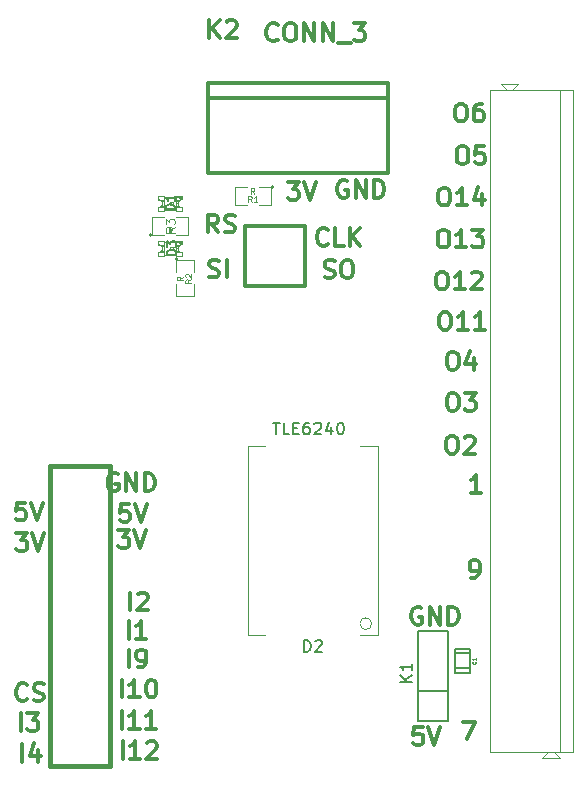
<source format=gto>
G04 (created by PCBNEW (2013-07-07 BZR 4022)-stable) date 26/05/2014 16:51:26*
%MOIN*%
G04 Gerber Fmt 3.4, Leading zero omitted, Abs format*
%FSLAX34Y34*%
G01*
G70*
G90*
G04 APERTURE LIST*
%ADD10C,0.00590551*%
%ADD11C,0.011811*%
%ADD12C,0.0039*%
%ADD13C,0.006*%
%ADD14C,0.015*%
%ADD15C,0.00393701*%
%ADD16C,0.0026*%
%ADD17C,0.004*%
%ADD18C,0.002*%
%ADD19C,0.005*%
%ADD20C,0.012*%
%ADD21C,0.0043*%
%ADD22C,0.0024*%
G04 APERTURE END LIST*
G54D10*
G54D11*
X71750Y-49776D02*
X71693Y-49748D01*
X71609Y-49748D01*
X71525Y-49776D01*
X71468Y-49832D01*
X71440Y-49889D01*
X71412Y-50001D01*
X71412Y-50085D01*
X71440Y-50198D01*
X71468Y-50254D01*
X71525Y-50310D01*
X71609Y-50339D01*
X71665Y-50339D01*
X71750Y-50310D01*
X71778Y-50282D01*
X71778Y-50085D01*
X71665Y-50085D01*
X72031Y-50339D02*
X72031Y-49748D01*
X72368Y-50339D01*
X72368Y-49748D01*
X72649Y-50339D02*
X72649Y-49748D01*
X72790Y-49748D01*
X72874Y-49776D01*
X72931Y-49832D01*
X72959Y-49889D01*
X72987Y-50001D01*
X72987Y-50085D01*
X72959Y-50198D01*
X72931Y-50254D01*
X72874Y-50310D01*
X72790Y-50339D01*
X72649Y-50339D01*
X71775Y-51648D02*
X72140Y-51648D01*
X71943Y-51873D01*
X72028Y-51873D01*
X72084Y-51901D01*
X72112Y-51929D01*
X72140Y-51985D01*
X72140Y-52126D01*
X72112Y-52182D01*
X72084Y-52210D01*
X72028Y-52239D01*
X71859Y-52239D01*
X71803Y-52210D01*
X71775Y-52182D01*
X72309Y-51648D02*
X72506Y-52239D01*
X72703Y-51648D01*
X72137Y-50773D02*
X71856Y-50773D01*
X71828Y-51054D01*
X71856Y-51026D01*
X71912Y-50998D01*
X72053Y-50998D01*
X72109Y-51026D01*
X72137Y-51054D01*
X72165Y-51110D01*
X72165Y-51251D01*
X72137Y-51307D01*
X72109Y-51335D01*
X72053Y-51364D01*
X71912Y-51364D01*
X71856Y-51335D01*
X71828Y-51307D01*
X72334Y-50773D02*
X72531Y-51364D01*
X72728Y-50773D01*
X81875Y-54226D02*
X81818Y-54198D01*
X81734Y-54198D01*
X81650Y-54226D01*
X81593Y-54282D01*
X81565Y-54339D01*
X81537Y-54451D01*
X81537Y-54535D01*
X81565Y-54648D01*
X81593Y-54704D01*
X81650Y-54760D01*
X81734Y-54789D01*
X81790Y-54789D01*
X81875Y-54760D01*
X81903Y-54732D01*
X81903Y-54535D01*
X81790Y-54535D01*
X82156Y-54789D02*
X82156Y-54198D01*
X82493Y-54789D01*
X82493Y-54198D01*
X82774Y-54789D02*
X82774Y-54198D01*
X82915Y-54198D01*
X82999Y-54226D01*
X83056Y-54282D01*
X83084Y-54339D01*
X83112Y-54451D01*
X83112Y-54535D01*
X83084Y-54648D01*
X83056Y-54704D01*
X82999Y-54760D01*
X82915Y-54789D01*
X82774Y-54789D01*
X81912Y-58198D02*
X81631Y-58198D01*
X81603Y-58479D01*
X81631Y-58451D01*
X81687Y-58423D01*
X81828Y-58423D01*
X81884Y-58451D01*
X81912Y-58479D01*
X81940Y-58535D01*
X81940Y-58676D01*
X81912Y-58732D01*
X81884Y-58760D01*
X81828Y-58789D01*
X81687Y-58789D01*
X81631Y-58760D01*
X81603Y-58732D01*
X82109Y-58198D02*
X82306Y-58789D01*
X82503Y-58198D01*
X83253Y-58023D02*
X83646Y-58023D01*
X83393Y-58614D01*
X83537Y-53239D02*
X83650Y-53239D01*
X83706Y-53210D01*
X83734Y-53182D01*
X83790Y-53098D01*
X83818Y-52985D01*
X83818Y-52760D01*
X83790Y-52704D01*
X83762Y-52676D01*
X83706Y-52648D01*
X83593Y-52648D01*
X83537Y-52676D01*
X83509Y-52704D01*
X83481Y-52760D01*
X83481Y-52901D01*
X83509Y-52957D01*
X83537Y-52985D01*
X83593Y-53014D01*
X83706Y-53014D01*
X83762Y-52985D01*
X83790Y-52957D01*
X83818Y-52901D01*
X83868Y-50389D02*
X83531Y-50389D01*
X83700Y-50389D02*
X83700Y-49798D01*
X83643Y-49882D01*
X83587Y-49939D01*
X83531Y-49967D01*
X72168Y-54314D02*
X72168Y-53723D01*
X72421Y-53779D02*
X72450Y-53751D01*
X72506Y-53723D01*
X72646Y-53723D01*
X72703Y-53751D01*
X72731Y-53779D01*
X72759Y-53835D01*
X72759Y-53892D01*
X72731Y-53976D01*
X72393Y-54314D01*
X72759Y-54314D01*
X72118Y-55264D02*
X72118Y-54673D01*
X72709Y-55264D02*
X72371Y-55264D01*
X72540Y-55264D02*
X72540Y-54673D01*
X72484Y-54757D01*
X72428Y-54814D01*
X72371Y-54842D01*
X72118Y-56214D02*
X72118Y-55623D01*
X72428Y-56214D02*
X72540Y-56214D01*
X72596Y-56185D01*
X72624Y-56157D01*
X72681Y-56073D01*
X72709Y-55960D01*
X72709Y-55735D01*
X72681Y-55679D01*
X72653Y-55651D01*
X72596Y-55623D01*
X72484Y-55623D01*
X72428Y-55651D01*
X72400Y-55679D01*
X72371Y-55735D01*
X72371Y-55876D01*
X72400Y-55932D01*
X72428Y-55960D01*
X72484Y-55989D01*
X72596Y-55989D01*
X72653Y-55960D01*
X72681Y-55932D01*
X72709Y-55876D01*
X71887Y-57214D02*
X71887Y-56623D01*
X72478Y-57214D02*
X72140Y-57214D01*
X72309Y-57214D02*
X72309Y-56623D01*
X72253Y-56707D01*
X72196Y-56764D01*
X72140Y-56792D01*
X72843Y-56623D02*
X72899Y-56623D01*
X72956Y-56651D01*
X72984Y-56679D01*
X73012Y-56735D01*
X73040Y-56848D01*
X73040Y-56989D01*
X73012Y-57101D01*
X72984Y-57157D01*
X72956Y-57185D01*
X72899Y-57214D01*
X72843Y-57214D01*
X72787Y-57185D01*
X72759Y-57157D01*
X72731Y-57101D01*
X72703Y-56989D01*
X72703Y-56848D01*
X72731Y-56735D01*
X72759Y-56679D01*
X72787Y-56651D01*
X72843Y-56623D01*
X71887Y-58264D02*
X71887Y-57673D01*
X72478Y-58264D02*
X72140Y-58264D01*
X72309Y-58264D02*
X72309Y-57673D01*
X72253Y-57757D01*
X72196Y-57814D01*
X72140Y-57842D01*
X73040Y-58264D02*
X72703Y-58264D01*
X72871Y-58264D02*
X72871Y-57673D01*
X72815Y-57757D01*
X72759Y-57814D01*
X72703Y-57842D01*
X71912Y-59264D02*
X71912Y-58673D01*
X72503Y-59264D02*
X72165Y-59264D01*
X72334Y-59264D02*
X72334Y-58673D01*
X72278Y-58757D01*
X72221Y-58814D01*
X72165Y-58842D01*
X72728Y-58729D02*
X72756Y-58701D01*
X72812Y-58673D01*
X72953Y-58673D01*
X73009Y-58701D01*
X73037Y-58729D01*
X73065Y-58785D01*
X73065Y-58842D01*
X73037Y-58926D01*
X72699Y-59264D01*
X73065Y-59264D01*
X68726Y-57282D02*
X68698Y-57310D01*
X68614Y-57339D01*
X68557Y-57339D01*
X68473Y-57310D01*
X68417Y-57254D01*
X68389Y-57198D01*
X68360Y-57085D01*
X68360Y-57001D01*
X68389Y-56889D01*
X68417Y-56832D01*
X68473Y-56776D01*
X68557Y-56748D01*
X68614Y-56748D01*
X68698Y-56776D01*
X68726Y-56804D01*
X68951Y-57310D02*
X69035Y-57339D01*
X69176Y-57339D01*
X69232Y-57310D01*
X69260Y-57282D01*
X69289Y-57226D01*
X69289Y-57170D01*
X69260Y-57114D01*
X69232Y-57085D01*
X69176Y-57057D01*
X69064Y-57029D01*
X69007Y-57001D01*
X68979Y-56973D01*
X68951Y-56917D01*
X68951Y-56860D01*
X68979Y-56804D01*
X69007Y-56776D01*
X69064Y-56748D01*
X69204Y-56748D01*
X69289Y-56776D01*
X68518Y-58339D02*
X68518Y-57748D01*
X68743Y-57748D02*
X69109Y-57748D01*
X68912Y-57973D01*
X68996Y-57973D01*
X69053Y-58001D01*
X69081Y-58029D01*
X69109Y-58085D01*
X69109Y-58226D01*
X69081Y-58282D01*
X69053Y-58310D01*
X68996Y-58339D01*
X68828Y-58339D01*
X68771Y-58310D01*
X68743Y-58282D01*
X68568Y-59364D02*
X68568Y-58773D01*
X69103Y-58970D02*
X69103Y-59364D01*
X68962Y-58745D02*
X68821Y-59167D01*
X69187Y-59167D01*
X68375Y-51748D02*
X68740Y-51748D01*
X68543Y-51973D01*
X68628Y-51973D01*
X68684Y-52001D01*
X68712Y-52029D01*
X68740Y-52085D01*
X68740Y-52226D01*
X68712Y-52282D01*
X68684Y-52310D01*
X68628Y-52339D01*
X68459Y-52339D01*
X68403Y-52310D01*
X68375Y-52282D01*
X68909Y-51748D02*
X69106Y-52339D01*
X69303Y-51748D01*
X68662Y-50723D02*
X68381Y-50723D01*
X68353Y-51004D01*
X68381Y-50976D01*
X68437Y-50948D01*
X68578Y-50948D01*
X68634Y-50976D01*
X68662Y-51004D01*
X68690Y-51060D01*
X68690Y-51201D01*
X68662Y-51257D01*
X68634Y-51285D01*
X68578Y-51314D01*
X68437Y-51314D01*
X68381Y-51285D01*
X68353Y-51257D01*
X68859Y-50723D02*
X69056Y-51314D01*
X69253Y-50723D01*
X75101Y-41714D02*
X74904Y-41432D01*
X74764Y-41714D02*
X74764Y-41123D01*
X74989Y-41123D01*
X75045Y-41151D01*
X75073Y-41179D01*
X75101Y-41235D01*
X75101Y-41320D01*
X75073Y-41376D01*
X75045Y-41404D01*
X74989Y-41432D01*
X74764Y-41432D01*
X75326Y-41685D02*
X75410Y-41714D01*
X75551Y-41714D01*
X75607Y-41685D01*
X75635Y-41657D01*
X75664Y-41601D01*
X75664Y-41545D01*
X75635Y-41489D01*
X75607Y-41460D01*
X75551Y-41432D01*
X75439Y-41404D01*
X75382Y-41376D01*
X75354Y-41348D01*
X75326Y-41292D01*
X75326Y-41235D01*
X75354Y-41179D01*
X75382Y-41151D01*
X75439Y-41123D01*
X75579Y-41123D01*
X75664Y-41151D01*
X74790Y-43185D02*
X74875Y-43214D01*
X75015Y-43214D01*
X75071Y-43185D01*
X75100Y-43157D01*
X75128Y-43101D01*
X75128Y-43045D01*
X75100Y-42989D01*
X75071Y-42960D01*
X75015Y-42932D01*
X74903Y-42904D01*
X74846Y-42876D01*
X74818Y-42848D01*
X74790Y-42792D01*
X74790Y-42735D01*
X74818Y-42679D01*
X74846Y-42651D01*
X74903Y-42623D01*
X75043Y-42623D01*
X75128Y-42651D01*
X75381Y-43214D02*
X75381Y-42623D01*
X78646Y-43210D02*
X78731Y-43239D01*
X78871Y-43239D01*
X78928Y-43210D01*
X78956Y-43182D01*
X78984Y-43126D01*
X78984Y-43070D01*
X78956Y-43014D01*
X78928Y-42985D01*
X78871Y-42957D01*
X78759Y-42929D01*
X78703Y-42901D01*
X78675Y-42873D01*
X78646Y-42817D01*
X78646Y-42760D01*
X78675Y-42704D01*
X78703Y-42676D01*
X78759Y-42648D01*
X78900Y-42648D01*
X78984Y-42676D01*
X79349Y-42648D02*
X79462Y-42648D01*
X79518Y-42676D01*
X79574Y-42732D01*
X79603Y-42845D01*
X79603Y-43042D01*
X79574Y-43154D01*
X79518Y-43210D01*
X79462Y-43239D01*
X79349Y-43239D01*
X79293Y-43210D01*
X79237Y-43154D01*
X79209Y-43042D01*
X79209Y-42845D01*
X79237Y-42732D01*
X79293Y-42676D01*
X79349Y-42648D01*
X78748Y-42107D02*
X78720Y-42135D01*
X78635Y-42164D01*
X78579Y-42164D01*
X78495Y-42135D01*
X78439Y-42079D01*
X78411Y-42023D01*
X78382Y-41910D01*
X78382Y-41826D01*
X78411Y-41714D01*
X78439Y-41657D01*
X78495Y-41601D01*
X78579Y-41573D01*
X78635Y-41573D01*
X78720Y-41601D01*
X78748Y-41629D01*
X79282Y-42164D02*
X79001Y-42164D01*
X79001Y-41573D01*
X79479Y-42164D02*
X79479Y-41573D01*
X79817Y-42164D02*
X79564Y-41826D01*
X79817Y-41573D02*
X79479Y-41910D01*
X77425Y-40048D02*
X77790Y-40048D01*
X77593Y-40273D01*
X77678Y-40273D01*
X77734Y-40301D01*
X77762Y-40329D01*
X77790Y-40385D01*
X77790Y-40526D01*
X77762Y-40582D01*
X77734Y-40610D01*
X77678Y-40639D01*
X77509Y-40639D01*
X77453Y-40610D01*
X77425Y-40582D01*
X77959Y-40048D02*
X78156Y-40639D01*
X78353Y-40048D01*
X79400Y-40001D02*
X79343Y-39973D01*
X79259Y-39973D01*
X79175Y-40001D01*
X79118Y-40057D01*
X79090Y-40114D01*
X79062Y-40226D01*
X79062Y-40310D01*
X79090Y-40423D01*
X79118Y-40479D01*
X79175Y-40535D01*
X79259Y-40564D01*
X79315Y-40564D01*
X79400Y-40535D01*
X79428Y-40507D01*
X79428Y-40310D01*
X79315Y-40310D01*
X79681Y-40564D02*
X79681Y-39973D01*
X80018Y-40564D01*
X80018Y-39973D01*
X80299Y-40564D02*
X80299Y-39973D01*
X80440Y-39973D01*
X80524Y-40001D01*
X80581Y-40057D01*
X80609Y-40114D01*
X80637Y-40226D01*
X80637Y-40310D01*
X80609Y-40423D01*
X80581Y-40479D01*
X80524Y-40535D01*
X80440Y-40564D01*
X80299Y-40564D01*
X82837Y-48498D02*
X82950Y-48498D01*
X83006Y-48526D01*
X83062Y-48582D01*
X83090Y-48695D01*
X83090Y-48892D01*
X83062Y-49004D01*
X83006Y-49060D01*
X82950Y-49089D01*
X82837Y-49089D01*
X82781Y-49060D01*
X82725Y-49004D01*
X82696Y-48892D01*
X82696Y-48695D01*
X82725Y-48582D01*
X82781Y-48526D01*
X82837Y-48498D01*
X83315Y-48554D02*
X83343Y-48526D01*
X83399Y-48498D01*
X83540Y-48498D01*
X83596Y-48526D01*
X83624Y-48554D01*
X83653Y-48610D01*
X83653Y-48667D01*
X83624Y-48751D01*
X83287Y-49089D01*
X83653Y-49089D01*
X82862Y-47073D02*
X82975Y-47073D01*
X83031Y-47101D01*
X83087Y-47157D01*
X83115Y-47270D01*
X83115Y-47467D01*
X83087Y-47579D01*
X83031Y-47635D01*
X82975Y-47664D01*
X82862Y-47664D01*
X82806Y-47635D01*
X82750Y-47579D01*
X82721Y-47467D01*
X82721Y-47270D01*
X82750Y-47157D01*
X82806Y-47101D01*
X82862Y-47073D01*
X83312Y-47073D02*
X83678Y-47073D01*
X83481Y-47298D01*
X83565Y-47298D01*
X83621Y-47326D01*
X83649Y-47354D01*
X83678Y-47410D01*
X83678Y-47551D01*
X83649Y-47607D01*
X83621Y-47635D01*
X83565Y-47664D01*
X83396Y-47664D01*
X83340Y-47635D01*
X83312Y-47607D01*
X82862Y-45698D02*
X82975Y-45698D01*
X83031Y-45726D01*
X83087Y-45782D01*
X83115Y-45895D01*
X83115Y-46092D01*
X83087Y-46204D01*
X83031Y-46260D01*
X82975Y-46289D01*
X82862Y-46289D01*
X82806Y-46260D01*
X82750Y-46204D01*
X82721Y-46092D01*
X82721Y-45895D01*
X82750Y-45782D01*
X82806Y-45726D01*
X82862Y-45698D01*
X83621Y-45895D02*
X83621Y-46289D01*
X83481Y-45670D02*
X83340Y-46092D01*
X83706Y-46092D01*
X82606Y-44373D02*
X82718Y-44373D01*
X82775Y-44401D01*
X82831Y-44457D01*
X82859Y-44570D01*
X82859Y-44767D01*
X82831Y-44879D01*
X82775Y-44935D01*
X82718Y-44964D01*
X82606Y-44964D01*
X82550Y-44935D01*
X82493Y-44879D01*
X82465Y-44767D01*
X82465Y-44570D01*
X82493Y-44457D01*
X82550Y-44401D01*
X82606Y-44373D01*
X83421Y-44964D02*
X83084Y-44964D01*
X83253Y-44964D02*
X83253Y-44373D01*
X83196Y-44457D01*
X83140Y-44514D01*
X83084Y-44542D01*
X83984Y-44964D02*
X83646Y-44964D01*
X83815Y-44964D02*
X83815Y-44373D01*
X83759Y-44457D01*
X83703Y-44514D01*
X83646Y-44542D01*
X82506Y-43023D02*
X82618Y-43023D01*
X82675Y-43051D01*
X82731Y-43107D01*
X82759Y-43220D01*
X82759Y-43417D01*
X82731Y-43529D01*
X82675Y-43585D01*
X82618Y-43614D01*
X82506Y-43614D01*
X82450Y-43585D01*
X82393Y-43529D01*
X82365Y-43417D01*
X82365Y-43220D01*
X82393Y-43107D01*
X82450Y-43051D01*
X82506Y-43023D01*
X83321Y-43614D02*
X82984Y-43614D01*
X83153Y-43614D02*
X83153Y-43023D01*
X83096Y-43107D01*
X83040Y-43164D01*
X82984Y-43192D01*
X83546Y-43079D02*
X83574Y-43051D01*
X83631Y-43023D01*
X83771Y-43023D01*
X83828Y-43051D01*
X83856Y-43079D01*
X83884Y-43135D01*
X83884Y-43192D01*
X83856Y-43276D01*
X83518Y-43614D01*
X83884Y-43614D01*
X82556Y-41623D02*
X82668Y-41623D01*
X82725Y-41651D01*
X82781Y-41707D01*
X82809Y-41820D01*
X82809Y-42017D01*
X82781Y-42129D01*
X82725Y-42185D01*
X82668Y-42214D01*
X82556Y-42214D01*
X82500Y-42185D01*
X82443Y-42129D01*
X82415Y-42017D01*
X82415Y-41820D01*
X82443Y-41707D01*
X82500Y-41651D01*
X82556Y-41623D01*
X83371Y-42214D02*
X83034Y-42214D01*
X83203Y-42214D02*
X83203Y-41623D01*
X83146Y-41707D01*
X83090Y-41764D01*
X83034Y-41792D01*
X83568Y-41623D02*
X83934Y-41623D01*
X83737Y-41848D01*
X83821Y-41848D01*
X83878Y-41876D01*
X83906Y-41904D01*
X83934Y-41960D01*
X83934Y-42101D01*
X83906Y-42157D01*
X83878Y-42185D01*
X83821Y-42214D01*
X83653Y-42214D01*
X83596Y-42185D01*
X83568Y-42157D01*
X82581Y-40223D02*
X82693Y-40223D01*
X82750Y-40251D01*
X82806Y-40307D01*
X82834Y-40420D01*
X82834Y-40617D01*
X82806Y-40729D01*
X82750Y-40785D01*
X82693Y-40814D01*
X82581Y-40814D01*
X82525Y-40785D01*
X82468Y-40729D01*
X82440Y-40617D01*
X82440Y-40420D01*
X82468Y-40307D01*
X82525Y-40251D01*
X82581Y-40223D01*
X83396Y-40814D02*
X83059Y-40814D01*
X83228Y-40814D02*
X83228Y-40223D01*
X83171Y-40307D01*
X83115Y-40364D01*
X83059Y-40392D01*
X83903Y-40420D02*
X83903Y-40814D01*
X83762Y-40195D02*
X83621Y-40617D01*
X83987Y-40617D01*
X83187Y-38848D02*
X83300Y-38848D01*
X83356Y-38876D01*
X83412Y-38932D01*
X83440Y-39045D01*
X83440Y-39242D01*
X83412Y-39354D01*
X83356Y-39410D01*
X83300Y-39439D01*
X83187Y-39439D01*
X83131Y-39410D01*
X83075Y-39354D01*
X83046Y-39242D01*
X83046Y-39045D01*
X83075Y-38932D01*
X83131Y-38876D01*
X83187Y-38848D01*
X83974Y-38848D02*
X83693Y-38848D01*
X83665Y-39129D01*
X83693Y-39101D01*
X83749Y-39073D01*
X83890Y-39073D01*
X83946Y-39101D01*
X83974Y-39129D01*
X84003Y-39185D01*
X84003Y-39326D01*
X83974Y-39382D01*
X83946Y-39410D01*
X83890Y-39439D01*
X83749Y-39439D01*
X83693Y-39410D01*
X83665Y-39382D01*
X83137Y-37423D02*
X83250Y-37423D01*
X83306Y-37451D01*
X83362Y-37507D01*
X83390Y-37620D01*
X83390Y-37817D01*
X83362Y-37929D01*
X83306Y-37985D01*
X83250Y-38014D01*
X83137Y-38014D01*
X83081Y-37985D01*
X83025Y-37929D01*
X82996Y-37817D01*
X82996Y-37620D01*
X83025Y-37507D01*
X83081Y-37451D01*
X83137Y-37423D01*
X83896Y-37423D02*
X83784Y-37423D01*
X83728Y-37451D01*
X83699Y-37479D01*
X83643Y-37564D01*
X83615Y-37676D01*
X83615Y-37901D01*
X83643Y-37957D01*
X83671Y-37985D01*
X83728Y-38014D01*
X83840Y-38014D01*
X83896Y-37985D01*
X83924Y-37957D01*
X83953Y-37901D01*
X83953Y-37760D01*
X83924Y-37704D01*
X83896Y-37676D01*
X83840Y-37648D01*
X83728Y-37648D01*
X83671Y-37676D01*
X83643Y-37704D01*
X83615Y-37760D01*
G54D12*
X76950Y-40200D02*
G75*
G03X76950Y-40200I-50J0D01*
G74*
G01*
X76450Y-40200D02*
X76850Y-40200D01*
X76850Y-40200D02*
X76850Y-40800D01*
X76850Y-40800D02*
X76450Y-40800D01*
X76050Y-40800D02*
X75650Y-40800D01*
X75650Y-40800D02*
X75650Y-40200D01*
X75650Y-40200D02*
X76050Y-40200D01*
X73750Y-42600D02*
G75*
G03X73750Y-42600I-50J0D01*
G74*
G01*
X73700Y-43050D02*
X73700Y-42650D01*
X73700Y-42650D02*
X74300Y-42650D01*
X74300Y-42650D02*
X74300Y-43050D01*
X74300Y-43450D02*
X74300Y-43850D01*
X74300Y-43850D02*
X73700Y-43850D01*
X73700Y-43850D02*
X73700Y-43450D01*
G54D13*
X82750Y-58000D02*
X81750Y-58000D01*
X81750Y-58000D02*
X81750Y-55000D01*
X81750Y-55000D02*
X82750Y-55000D01*
X82750Y-55000D02*
X82750Y-58000D01*
X81750Y-57000D02*
X82750Y-57000D01*
G54D14*
X69500Y-59500D02*
X69500Y-49500D01*
X71500Y-49500D02*
X71500Y-59500D01*
X71500Y-49500D02*
X69500Y-49500D01*
X69500Y-59500D02*
X71500Y-59500D01*
G54D15*
X80218Y-54755D02*
G75*
G03X80218Y-54755I-196J0D01*
G74*
G01*
X76675Y-55149D02*
X76084Y-55149D01*
X76084Y-55149D02*
X76084Y-48850D01*
X76084Y-48850D02*
X76675Y-48850D01*
X80415Y-55149D02*
X80415Y-48850D01*
X80415Y-48850D02*
X79824Y-48850D01*
X80415Y-55149D02*
X79824Y-55149D01*
G54D16*
X73696Y-40868D02*
X73696Y-40996D01*
X73696Y-40996D02*
X73893Y-40996D01*
X73893Y-40868D02*
X73893Y-40996D01*
X73696Y-40868D02*
X73893Y-40868D01*
X73696Y-40623D02*
X73696Y-40682D01*
X73696Y-40682D02*
X73795Y-40682D01*
X73795Y-40623D02*
X73795Y-40682D01*
X73696Y-40623D02*
X73795Y-40623D01*
X73696Y-40818D02*
X73696Y-40877D01*
X73696Y-40877D02*
X73795Y-40877D01*
X73795Y-40818D02*
X73795Y-40877D01*
X73696Y-40818D02*
X73795Y-40818D01*
X73696Y-40672D02*
X73696Y-40828D01*
X73696Y-40828D02*
X73765Y-40828D01*
X73765Y-40672D02*
X73765Y-40828D01*
X73696Y-40672D02*
X73765Y-40672D01*
X73107Y-40868D02*
X73107Y-40996D01*
X73107Y-40996D02*
X73304Y-40996D01*
X73304Y-40868D02*
X73304Y-40996D01*
X73107Y-40868D02*
X73304Y-40868D01*
X73107Y-40504D02*
X73107Y-40632D01*
X73107Y-40632D02*
X73304Y-40632D01*
X73304Y-40504D02*
X73304Y-40632D01*
X73107Y-40504D02*
X73304Y-40504D01*
X73205Y-40818D02*
X73205Y-40877D01*
X73205Y-40877D02*
X73304Y-40877D01*
X73304Y-40818D02*
X73304Y-40877D01*
X73205Y-40818D02*
X73304Y-40818D01*
X73205Y-40623D02*
X73205Y-40682D01*
X73205Y-40682D02*
X73304Y-40682D01*
X73304Y-40623D02*
X73304Y-40682D01*
X73205Y-40623D02*
X73304Y-40623D01*
X73235Y-40672D02*
X73235Y-40828D01*
X73235Y-40828D02*
X73304Y-40828D01*
X73304Y-40672D02*
X73304Y-40828D01*
X73235Y-40672D02*
X73304Y-40672D01*
X73500Y-40711D02*
X73500Y-40789D01*
X73500Y-40789D02*
X73578Y-40789D01*
X73578Y-40711D02*
X73578Y-40789D01*
X73500Y-40711D02*
X73578Y-40711D01*
X73696Y-40514D02*
X73696Y-40632D01*
X73696Y-40632D02*
X73814Y-40632D01*
X73814Y-40514D02*
X73814Y-40632D01*
X73696Y-40514D02*
X73814Y-40514D01*
X73864Y-40504D02*
X73864Y-40593D01*
X73864Y-40593D02*
X73893Y-40593D01*
X73893Y-40504D02*
X73893Y-40593D01*
X73864Y-40504D02*
X73893Y-40504D01*
G54D17*
X73706Y-40976D02*
X73294Y-40976D01*
X73304Y-40524D02*
X73864Y-40524D01*
G54D18*
X73862Y-40573D02*
G75*
G03X73862Y-40573I-28J0D01*
G74*
G01*
G54D17*
X73893Y-40613D02*
G75*
G03X73893Y-40887I0J-137D01*
G74*
G01*
X73107Y-40887D02*
G75*
G03X73107Y-40613I0J137D01*
G74*
G01*
G54D16*
X73696Y-42368D02*
X73696Y-42496D01*
X73696Y-42496D02*
X73893Y-42496D01*
X73893Y-42368D02*
X73893Y-42496D01*
X73696Y-42368D02*
X73893Y-42368D01*
X73696Y-42123D02*
X73696Y-42182D01*
X73696Y-42182D02*
X73795Y-42182D01*
X73795Y-42123D02*
X73795Y-42182D01*
X73696Y-42123D02*
X73795Y-42123D01*
X73696Y-42318D02*
X73696Y-42377D01*
X73696Y-42377D02*
X73795Y-42377D01*
X73795Y-42318D02*
X73795Y-42377D01*
X73696Y-42318D02*
X73795Y-42318D01*
X73696Y-42172D02*
X73696Y-42328D01*
X73696Y-42328D02*
X73765Y-42328D01*
X73765Y-42172D02*
X73765Y-42328D01*
X73696Y-42172D02*
X73765Y-42172D01*
X73107Y-42368D02*
X73107Y-42496D01*
X73107Y-42496D02*
X73304Y-42496D01*
X73304Y-42368D02*
X73304Y-42496D01*
X73107Y-42368D02*
X73304Y-42368D01*
X73107Y-42004D02*
X73107Y-42132D01*
X73107Y-42132D02*
X73304Y-42132D01*
X73304Y-42004D02*
X73304Y-42132D01*
X73107Y-42004D02*
X73304Y-42004D01*
X73205Y-42318D02*
X73205Y-42377D01*
X73205Y-42377D02*
X73304Y-42377D01*
X73304Y-42318D02*
X73304Y-42377D01*
X73205Y-42318D02*
X73304Y-42318D01*
X73205Y-42123D02*
X73205Y-42182D01*
X73205Y-42182D02*
X73304Y-42182D01*
X73304Y-42123D02*
X73304Y-42182D01*
X73205Y-42123D02*
X73304Y-42123D01*
X73235Y-42172D02*
X73235Y-42328D01*
X73235Y-42328D02*
X73304Y-42328D01*
X73304Y-42172D02*
X73304Y-42328D01*
X73235Y-42172D02*
X73304Y-42172D01*
X73500Y-42211D02*
X73500Y-42289D01*
X73500Y-42289D02*
X73578Y-42289D01*
X73578Y-42211D02*
X73578Y-42289D01*
X73500Y-42211D02*
X73578Y-42211D01*
X73696Y-42014D02*
X73696Y-42132D01*
X73696Y-42132D02*
X73814Y-42132D01*
X73814Y-42014D02*
X73814Y-42132D01*
X73696Y-42014D02*
X73814Y-42014D01*
X73864Y-42004D02*
X73864Y-42093D01*
X73864Y-42093D02*
X73893Y-42093D01*
X73893Y-42004D02*
X73893Y-42093D01*
X73864Y-42004D02*
X73893Y-42004D01*
G54D17*
X73706Y-42476D02*
X73294Y-42476D01*
X73304Y-42024D02*
X73864Y-42024D01*
G54D18*
X73862Y-42073D02*
G75*
G03X73862Y-42073I-28J0D01*
G74*
G01*
G54D17*
X73893Y-42113D02*
G75*
G03X73893Y-42387I0J-137D01*
G74*
G01*
X73107Y-42387D02*
G75*
G03X73107Y-42113I0J137D01*
G74*
G01*
G54D19*
X83500Y-56250D02*
X83000Y-56250D01*
X83500Y-55750D02*
X83010Y-55750D01*
X83500Y-55600D02*
X83500Y-56400D01*
X83500Y-56400D02*
X83000Y-56400D01*
X83000Y-56400D02*
X83000Y-55600D01*
X83000Y-55600D02*
X83500Y-55600D01*
G54D20*
X80750Y-36750D02*
X80750Y-39750D01*
X74750Y-36750D02*
X74750Y-39750D01*
X80750Y-37250D02*
X74750Y-37250D01*
X80750Y-39750D02*
X74750Y-39750D01*
X80750Y-36750D02*
X74750Y-36750D01*
G54D12*
X84712Y-36976D02*
X84515Y-36779D01*
X84515Y-36779D02*
X84909Y-36779D01*
X84909Y-36779D02*
X85106Y-36779D01*
X85106Y-36779D02*
X84909Y-36976D01*
X86287Y-59023D02*
X86484Y-59220D01*
X86484Y-59220D02*
X86090Y-59220D01*
X86090Y-59220D02*
X85893Y-59220D01*
X85893Y-59220D02*
X86090Y-59023D01*
X86484Y-36976D02*
X86484Y-59023D01*
X86917Y-36976D02*
X86917Y-59023D01*
X86917Y-59023D02*
X84161Y-59023D01*
X84161Y-59023D02*
X84161Y-36976D01*
X84161Y-36976D02*
X86917Y-36976D01*
X72900Y-41800D02*
G75*
G03X72900Y-41800I-50J0D01*
G74*
G01*
X73300Y-41800D02*
X72900Y-41800D01*
X72900Y-41800D02*
X72900Y-41200D01*
X72900Y-41200D02*
X73300Y-41200D01*
X73700Y-41200D02*
X74100Y-41200D01*
X74100Y-41200D02*
X74100Y-41800D01*
X74100Y-41800D02*
X73700Y-41800D01*
G54D20*
X76000Y-41500D02*
X78000Y-41500D01*
X78000Y-41500D02*
X78000Y-43500D01*
X78000Y-43500D02*
X76000Y-43500D01*
X76000Y-43500D02*
X76000Y-41500D01*
G54D21*
X76217Y-40704D02*
X76151Y-40610D01*
X76104Y-40704D02*
X76104Y-40507D01*
X76179Y-40507D01*
X76198Y-40517D01*
X76207Y-40526D01*
X76217Y-40545D01*
X76217Y-40573D01*
X76207Y-40592D01*
X76198Y-40601D01*
X76179Y-40610D01*
X76104Y-40610D01*
X76404Y-40704D02*
X76292Y-40704D01*
X76348Y-40704D02*
X76348Y-40507D01*
X76329Y-40535D01*
X76310Y-40554D01*
X76292Y-40564D01*
X76310Y-40429D02*
X76245Y-40335D01*
X76198Y-40429D02*
X76198Y-40232D01*
X76273Y-40232D01*
X76292Y-40242D01*
X76301Y-40251D01*
X76310Y-40270D01*
X76310Y-40298D01*
X76301Y-40317D01*
X76292Y-40326D01*
X76273Y-40335D01*
X76198Y-40335D01*
X74204Y-43282D02*
X74110Y-43348D01*
X74204Y-43395D02*
X74007Y-43395D01*
X74007Y-43320D01*
X74017Y-43301D01*
X74026Y-43292D01*
X74045Y-43282D01*
X74073Y-43282D01*
X74092Y-43292D01*
X74101Y-43301D01*
X74110Y-43320D01*
X74110Y-43395D01*
X74026Y-43207D02*
X74017Y-43198D01*
X74007Y-43179D01*
X74007Y-43132D01*
X74017Y-43113D01*
X74026Y-43104D01*
X74045Y-43095D01*
X74064Y-43095D01*
X74092Y-43104D01*
X74204Y-43217D01*
X74204Y-43095D01*
X73929Y-43189D02*
X73835Y-43254D01*
X73929Y-43301D02*
X73732Y-43301D01*
X73732Y-43226D01*
X73742Y-43207D01*
X73751Y-43198D01*
X73770Y-43189D01*
X73798Y-43189D01*
X73817Y-43198D01*
X73826Y-43207D01*
X73835Y-43226D01*
X73835Y-43301D01*
G54D13*
X81561Y-56695D02*
X81161Y-56695D01*
X81561Y-56466D02*
X81333Y-56638D01*
X81161Y-56466D02*
X81390Y-56695D01*
X81561Y-56085D02*
X81561Y-56314D01*
X81561Y-56199D02*
X81161Y-56199D01*
X81219Y-56238D01*
X81257Y-56276D01*
X81276Y-56314D01*
G54D10*
X77959Y-55702D02*
X77959Y-55308D01*
X78053Y-55308D01*
X78109Y-55327D01*
X78146Y-55365D01*
X78165Y-55402D01*
X78184Y-55477D01*
X78184Y-55533D01*
X78165Y-55608D01*
X78146Y-55646D01*
X78109Y-55683D01*
X78053Y-55702D01*
X77959Y-55702D01*
X78334Y-55346D02*
X78353Y-55327D01*
X78390Y-55308D01*
X78484Y-55308D01*
X78521Y-55327D01*
X78540Y-55346D01*
X78559Y-55383D01*
X78559Y-55421D01*
X78540Y-55477D01*
X78315Y-55702D01*
X78559Y-55702D01*
X76922Y-48055D02*
X77147Y-48055D01*
X77034Y-48448D02*
X77034Y-48055D01*
X77465Y-48448D02*
X77278Y-48448D01*
X77278Y-48055D01*
X77597Y-48242D02*
X77728Y-48242D01*
X77784Y-48448D02*
X77597Y-48448D01*
X77597Y-48055D01*
X77784Y-48055D01*
X78122Y-48055D02*
X78047Y-48055D01*
X78009Y-48073D01*
X77990Y-48092D01*
X77953Y-48148D01*
X77934Y-48223D01*
X77934Y-48373D01*
X77953Y-48411D01*
X77972Y-48429D01*
X78009Y-48448D01*
X78084Y-48448D01*
X78122Y-48429D01*
X78140Y-48411D01*
X78159Y-48373D01*
X78159Y-48279D01*
X78140Y-48242D01*
X78122Y-48223D01*
X78084Y-48205D01*
X78009Y-48205D01*
X77972Y-48223D01*
X77953Y-48242D01*
X77934Y-48279D01*
X78309Y-48092D02*
X78328Y-48073D01*
X78365Y-48055D01*
X78459Y-48055D01*
X78497Y-48073D01*
X78515Y-48092D01*
X78534Y-48130D01*
X78534Y-48167D01*
X78515Y-48223D01*
X78290Y-48448D01*
X78534Y-48448D01*
X78871Y-48186D02*
X78871Y-48448D01*
X78778Y-48036D02*
X78684Y-48317D01*
X78928Y-48317D01*
X79153Y-48055D02*
X79190Y-48055D01*
X79228Y-48073D01*
X79246Y-48092D01*
X79265Y-48130D01*
X79284Y-48205D01*
X79284Y-48298D01*
X79265Y-48373D01*
X79246Y-48411D01*
X79228Y-48429D01*
X79190Y-48448D01*
X79153Y-48448D01*
X79115Y-48429D01*
X79096Y-48411D01*
X79078Y-48373D01*
X79059Y-48298D01*
X79059Y-48205D01*
X79078Y-48130D01*
X79096Y-48092D01*
X79115Y-48073D01*
X79153Y-48055D01*
G54D19*
X73646Y-40946D02*
X73346Y-40946D01*
X73346Y-40875D01*
X73360Y-40832D01*
X73389Y-40803D01*
X73417Y-40789D01*
X73475Y-40775D01*
X73517Y-40775D01*
X73575Y-40789D01*
X73603Y-40803D01*
X73632Y-40832D01*
X73646Y-40875D01*
X73646Y-40946D01*
X73646Y-40489D02*
X73646Y-40660D01*
X73646Y-40575D02*
X73346Y-40575D01*
X73389Y-40603D01*
X73417Y-40632D01*
X73432Y-40660D01*
X73696Y-42471D02*
X73396Y-42471D01*
X73396Y-42400D01*
X73410Y-42357D01*
X73439Y-42328D01*
X73467Y-42314D01*
X73525Y-42300D01*
X73567Y-42300D01*
X73625Y-42314D01*
X73653Y-42328D01*
X73682Y-42357D01*
X73696Y-42400D01*
X73696Y-42471D01*
X73396Y-42200D02*
X73396Y-42014D01*
X73510Y-42114D01*
X73510Y-42071D01*
X73525Y-42042D01*
X73539Y-42028D01*
X73567Y-42014D01*
X73639Y-42014D01*
X73667Y-42028D01*
X73682Y-42042D01*
X73696Y-42071D01*
X73696Y-42157D01*
X73682Y-42185D01*
X73667Y-42200D01*
G54D22*
X83676Y-56019D02*
X83682Y-56025D01*
X83687Y-56042D01*
X83687Y-56053D01*
X83682Y-56070D01*
X83670Y-56081D01*
X83659Y-56087D01*
X83637Y-56092D01*
X83620Y-56092D01*
X83597Y-56087D01*
X83586Y-56081D01*
X83575Y-56070D01*
X83569Y-56053D01*
X83569Y-56042D01*
X83575Y-56025D01*
X83581Y-56019D01*
X83687Y-55907D02*
X83687Y-55974D01*
X83687Y-55941D02*
X83569Y-55941D01*
X83586Y-55952D01*
X83597Y-55963D01*
X83603Y-55974D01*
G54D20*
X74807Y-35242D02*
X74807Y-34642D01*
X75150Y-35242D02*
X74892Y-34900D01*
X75150Y-34642D02*
X74807Y-34985D01*
X75378Y-34700D02*
X75407Y-34671D01*
X75464Y-34642D01*
X75607Y-34642D01*
X75664Y-34671D01*
X75692Y-34700D01*
X75721Y-34757D01*
X75721Y-34814D01*
X75692Y-34900D01*
X75350Y-35242D01*
X75721Y-35242D01*
X77078Y-35285D02*
X77050Y-35314D01*
X76964Y-35342D01*
X76907Y-35342D01*
X76821Y-35314D01*
X76764Y-35257D01*
X76735Y-35200D01*
X76707Y-35085D01*
X76707Y-35000D01*
X76735Y-34885D01*
X76764Y-34828D01*
X76821Y-34771D01*
X76907Y-34742D01*
X76964Y-34742D01*
X77050Y-34771D01*
X77078Y-34800D01*
X77450Y-34742D02*
X77564Y-34742D01*
X77621Y-34771D01*
X77678Y-34828D01*
X77707Y-34942D01*
X77707Y-35142D01*
X77678Y-35257D01*
X77621Y-35314D01*
X77564Y-35342D01*
X77450Y-35342D01*
X77392Y-35314D01*
X77335Y-35257D01*
X77307Y-35142D01*
X77307Y-34942D01*
X77335Y-34828D01*
X77392Y-34771D01*
X77450Y-34742D01*
X77964Y-35342D02*
X77964Y-34742D01*
X78307Y-35342D01*
X78307Y-34742D01*
X78592Y-35342D02*
X78592Y-34742D01*
X78935Y-35342D01*
X78935Y-34742D01*
X79078Y-35400D02*
X79535Y-35400D01*
X79621Y-34742D02*
X79992Y-34742D01*
X79792Y-34971D01*
X79878Y-34971D01*
X79935Y-35000D01*
X79964Y-35028D01*
X79992Y-35085D01*
X79992Y-35228D01*
X79964Y-35285D01*
X79935Y-35314D01*
X79878Y-35342D01*
X79707Y-35342D01*
X79650Y-35314D01*
X79621Y-35285D01*
G54D21*
X73646Y-41550D02*
X73503Y-41650D01*
X73646Y-41721D02*
X73346Y-41721D01*
X73346Y-41607D01*
X73360Y-41578D01*
X73375Y-41564D01*
X73403Y-41550D01*
X73446Y-41550D01*
X73475Y-41564D01*
X73489Y-41578D01*
X73503Y-41607D01*
X73503Y-41721D01*
X73346Y-41450D02*
X73346Y-41264D01*
X73460Y-41364D01*
X73460Y-41321D01*
X73475Y-41292D01*
X73489Y-41278D01*
X73517Y-41264D01*
X73589Y-41264D01*
X73617Y-41278D01*
X73632Y-41292D01*
X73646Y-41321D01*
X73646Y-41407D01*
X73632Y-41435D01*
X73617Y-41450D01*
X73560Y-41729D02*
X73495Y-41635D01*
X73448Y-41729D02*
X73448Y-41532D01*
X73523Y-41532D01*
X73542Y-41542D01*
X73551Y-41551D01*
X73560Y-41570D01*
X73560Y-41598D01*
X73551Y-41617D01*
X73542Y-41626D01*
X73523Y-41635D01*
X73448Y-41635D01*
M02*

</source>
